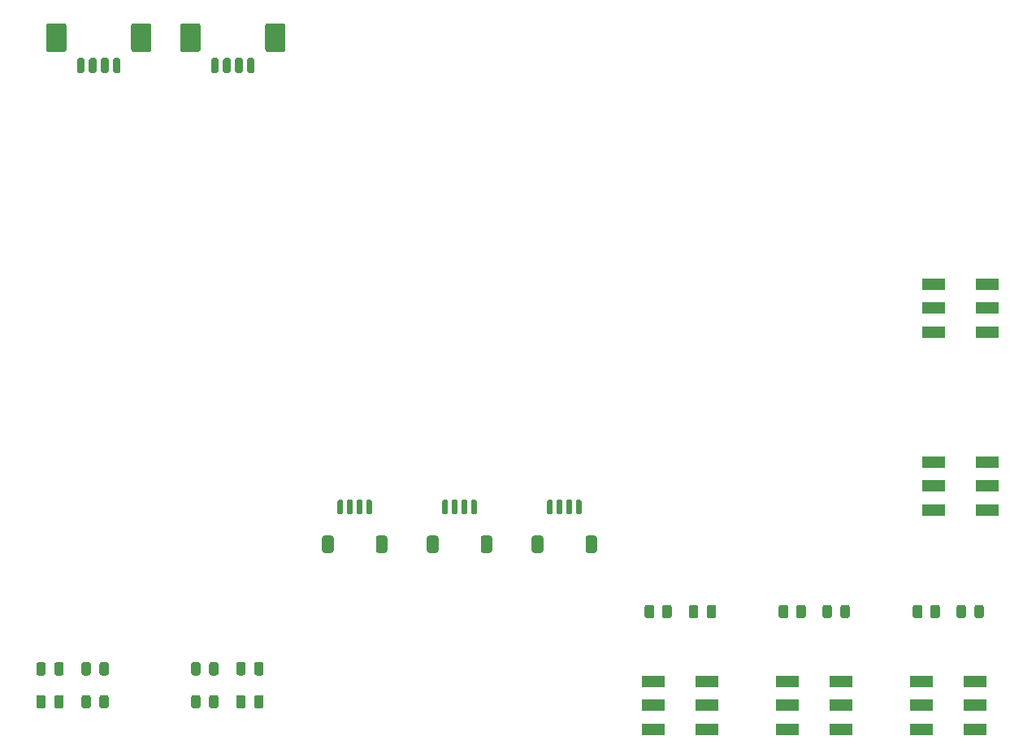
<source format=gtp>
G04 #@! TF.GenerationSoftware,KiCad,Pcbnew,6.0.10-86aedd382b~118~ubuntu18.04.1*
G04 #@! TF.CreationDate,2024-12-31T19:53:44-07:00*
G04 #@! TF.ProjectId,ckt-iiab-test,636b742d-6969-4616-922d-746573742e6b,rev?*
G04 #@! TF.SameCoordinates,Original*
G04 #@! TF.FileFunction,Paste,Top*
G04 #@! TF.FilePolarity,Positive*
%FSLAX46Y46*%
G04 Gerber Fmt 4.6, Leading zero omitted, Abs format (unit mm)*
G04 Created by KiCad (PCBNEW 6.0.10-86aedd382b~118~ubuntu18.04.1) date 2024-12-31 19:53:44*
%MOMM*%
%LPD*%
G01*
G04 APERTURE LIST*
%ADD10R,2.489200X1.193800*%
G04 APERTURE END LIST*
G36*
G01*
X95366000Y-71142000D02*
X95366000Y-72342000D01*
G75*
G02*
X95166000Y-72542000I-200000J0D01*
G01*
X94766000Y-72542000D01*
G75*
G02*
X94566000Y-72342000I0J200000D01*
G01*
X94566000Y-71142000D01*
G75*
G02*
X94766000Y-70942000I200000J0D01*
G01*
X95166000Y-70942000D01*
G75*
G02*
X95366000Y-71142000I0J-200000D01*
G01*
G37*
G36*
G01*
X94116000Y-71142000D02*
X94116000Y-72342000D01*
G75*
G02*
X93916000Y-72542000I-200000J0D01*
G01*
X93516000Y-72542000D01*
G75*
G02*
X93316000Y-72342000I0J200000D01*
G01*
X93316000Y-71142000D01*
G75*
G02*
X93516000Y-70942000I200000J0D01*
G01*
X93916000Y-70942000D01*
G75*
G02*
X94116000Y-71142000I0J-200000D01*
G01*
G37*
G36*
G01*
X92866000Y-71142000D02*
X92866000Y-72342000D01*
G75*
G02*
X92666000Y-72542000I-200000J0D01*
G01*
X92266000Y-72542000D01*
G75*
G02*
X92066000Y-72342000I0J200000D01*
G01*
X92066000Y-71142000D01*
G75*
G02*
X92266000Y-70942000I200000J0D01*
G01*
X92666000Y-70942000D01*
G75*
G02*
X92866000Y-71142000I0J-200000D01*
G01*
G37*
G36*
G01*
X91616000Y-71142000D02*
X91616000Y-72342000D01*
G75*
G02*
X91416000Y-72542000I-200000J0D01*
G01*
X91016000Y-72542000D01*
G75*
G02*
X90816000Y-72342000I0J200000D01*
G01*
X90816000Y-71142000D01*
G75*
G02*
X91016000Y-70942000I200000J0D01*
G01*
X91416000Y-70942000D01*
G75*
G02*
X91616000Y-71142000I0J-200000D01*
G01*
G37*
G36*
G01*
X89716000Y-67592001D02*
X89716000Y-70091999D01*
G75*
G02*
X89465999Y-70342000I-250001J0D01*
G01*
X87866001Y-70342000D01*
G75*
G02*
X87616000Y-70091999I0J250001D01*
G01*
X87616000Y-67592001D01*
G75*
G02*
X87866001Y-67342000I250001J0D01*
G01*
X89465999Y-67342000D01*
G75*
G02*
X89716000Y-67592001I0J-250001D01*
G01*
G37*
G36*
G01*
X98566000Y-67592001D02*
X98566000Y-70091999D01*
G75*
G02*
X98315999Y-70342000I-250001J0D01*
G01*
X96716001Y-70342000D01*
G75*
G02*
X96466000Y-70091999I0J250001D01*
G01*
X96466000Y-67592001D01*
G75*
G02*
X96716001Y-67342000I250001J0D01*
G01*
X98315999Y-67342000D01*
G75*
G02*
X98566000Y-67592001I0J-250001D01*
G01*
G37*
G36*
G01*
X128883000Y-118386000D02*
X128883000Y-117136000D01*
G75*
G02*
X129033000Y-116986000I150000J0D01*
G01*
X129333000Y-116986000D01*
G75*
G02*
X129483000Y-117136000I0J-150000D01*
G01*
X129483000Y-118386000D01*
G75*
G02*
X129333000Y-118536000I-150000J0D01*
G01*
X129033000Y-118536000D01*
G75*
G02*
X128883000Y-118386000I0J150000D01*
G01*
G37*
G36*
G01*
X129883000Y-118386000D02*
X129883000Y-117136000D01*
G75*
G02*
X130033000Y-116986000I150000J0D01*
G01*
X130333000Y-116986000D01*
G75*
G02*
X130483000Y-117136000I0J-150000D01*
G01*
X130483000Y-118386000D01*
G75*
G02*
X130333000Y-118536000I-150000J0D01*
G01*
X130033000Y-118536000D01*
G75*
G02*
X129883000Y-118386000I0J150000D01*
G01*
G37*
G36*
G01*
X130883000Y-118386000D02*
X130883000Y-117136000D01*
G75*
G02*
X131033000Y-116986000I150000J0D01*
G01*
X131333000Y-116986000D01*
G75*
G02*
X131483000Y-117136000I0J-150000D01*
G01*
X131483000Y-118386000D01*
G75*
G02*
X131333000Y-118536000I-150000J0D01*
G01*
X131033000Y-118536000D01*
G75*
G02*
X130883000Y-118386000I0J150000D01*
G01*
G37*
G36*
G01*
X131883000Y-118386000D02*
X131883000Y-117136000D01*
G75*
G02*
X132033000Y-116986000I150000J0D01*
G01*
X132333000Y-116986000D01*
G75*
G02*
X132483000Y-117136000I0J-150000D01*
G01*
X132483000Y-118386000D01*
G75*
G02*
X132333000Y-118536000I-150000J0D01*
G01*
X132033000Y-118536000D01*
G75*
G02*
X131883000Y-118386000I0J150000D01*
G01*
G37*
G36*
G01*
X127283000Y-122286000D02*
X127283000Y-120986000D01*
G75*
G02*
X127533000Y-120736000I250000J0D01*
G01*
X128233000Y-120736000D01*
G75*
G02*
X128483000Y-120986000I0J-250000D01*
G01*
X128483000Y-122286000D01*
G75*
G02*
X128233000Y-122536000I-250000J0D01*
G01*
X127533000Y-122536000D01*
G75*
G02*
X127283000Y-122286000I0J250000D01*
G01*
G37*
G36*
G01*
X132883000Y-122286000D02*
X132883000Y-120986000D01*
G75*
G02*
X133133000Y-120736000I250000J0D01*
G01*
X133833000Y-120736000D01*
G75*
G02*
X134083000Y-120986000I0J-250000D01*
G01*
X134083000Y-122286000D01*
G75*
G02*
X133833000Y-122536000I-250000J0D01*
G01*
X133133000Y-122536000D01*
G75*
G02*
X132883000Y-122286000I0J250000D01*
G01*
G37*
G36*
G01*
X180749000Y-128201000D02*
X180749000Y-129101000D01*
G75*
G02*
X180499000Y-129351000I-250000J0D01*
G01*
X179974000Y-129351000D01*
G75*
G02*
X179724000Y-129101000I0J250000D01*
G01*
X179724000Y-128201000D01*
G75*
G02*
X179974000Y-127951000I250000J0D01*
G01*
X180499000Y-127951000D01*
G75*
G02*
X180749000Y-128201000I0J-250000D01*
G01*
G37*
G36*
G01*
X178924000Y-128201000D02*
X178924000Y-129101000D01*
G75*
G02*
X178674000Y-129351000I-250000J0D01*
G01*
X178149000Y-129351000D01*
G75*
G02*
X177899000Y-129101000I0J250000D01*
G01*
X177899000Y-128201000D01*
G75*
G02*
X178149000Y-127951000I250000J0D01*
G01*
X178674000Y-127951000D01*
G75*
G02*
X178924000Y-128201000I0J-250000D01*
G01*
G37*
G36*
G01*
X152809000Y-128201000D02*
X152809000Y-129101000D01*
G75*
G02*
X152559000Y-129351000I-250000J0D01*
G01*
X152034000Y-129351000D01*
G75*
G02*
X151784000Y-129101000I0J250000D01*
G01*
X151784000Y-128201000D01*
G75*
G02*
X152034000Y-127951000I250000J0D01*
G01*
X152559000Y-127951000D01*
G75*
G02*
X152809000Y-128201000I0J-250000D01*
G01*
G37*
G36*
G01*
X150984000Y-128201000D02*
X150984000Y-129101000D01*
G75*
G02*
X150734000Y-129351000I-250000J0D01*
G01*
X150209000Y-129351000D01*
G75*
G02*
X149959000Y-129101000I0J250000D01*
G01*
X149959000Y-128201000D01*
G75*
G02*
X150209000Y-127951000I250000J0D01*
G01*
X150734000Y-127951000D01*
G75*
G02*
X150984000Y-128201000I0J-250000D01*
G01*
G37*
G36*
G01*
X86586000Y-135076250D02*
X86586000Y-134163750D01*
G75*
G02*
X86829750Y-133920000I243750J0D01*
G01*
X87317250Y-133920000D01*
G75*
G02*
X87561000Y-134163750I0J-243750D01*
G01*
X87561000Y-135076250D01*
G75*
G02*
X87317250Y-135320000I-243750J0D01*
G01*
X86829750Y-135320000D01*
G75*
G02*
X86586000Y-135076250I0J243750D01*
G01*
G37*
G36*
G01*
X88461000Y-135076250D02*
X88461000Y-134163750D01*
G75*
G02*
X88704750Y-133920000I243750J0D01*
G01*
X89192250Y-133920000D01*
G75*
G02*
X89436000Y-134163750I0J-243750D01*
G01*
X89436000Y-135076250D01*
G75*
G02*
X89192250Y-135320000I-243750J0D01*
G01*
X88704750Y-135320000D01*
G75*
G02*
X88461000Y-135076250I0J243750D01*
G01*
G37*
D10*
X170395900Y-140930000D03*
X170395900Y-138430000D03*
X170395900Y-135930000D03*
X164884100Y-140930000D03*
X164884100Y-138430000D03*
X164884100Y-135930000D03*
G36*
G01*
X94135000Y-137592750D02*
X94135000Y-138505250D01*
G75*
G02*
X93891250Y-138749000I-243750J0D01*
G01*
X93403750Y-138749000D01*
G75*
G02*
X93160000Y-138505250I0J243750D01*
G01*
X93160000Y-137592750D01*
G75*
G02*
X93403750Y-137349000I243750J0D01*
G01*
X93891250Y-137349000D01*
G75*
G02*
X94135000Y-137592750I0J-243750D01*
G01*
G37*
G36*
G01*
X92260000Y-137592750D02*
X92260000Y-138505250D01*
G75*
G02*
X92016250Y-138749000I-243750J0D01*
G01*
X91528750Y-138749000D01*
G75*
G02*
X91285000Y-138505250I0J243750D01*
G01*
X91285000Y-137592750D01*
G75*
G02*
X91528750Y-137349000I243750J0D01*
G01*
X92016250Y-137349000D01*
G75*
G02*
X92260000Y-137592750I0J-243750D01*
G01*
G37*
G36*
G01*
X185321000Y-128194750D02*
X185321000Y-129107250D01*
G75*
G02*
X185077250Y-129351000I-243750J0D01*
G01*
X184589750Y-129351000D01*
G75*
G02*
X184346000Y-129107250I0J243750D01*
G01*
X184346000Y-128194750D01*
G75*
G02*
X184589750Y-127951000I243750J0D01*
G01*
X185077250Y-127951000D01*
G75*
G02*
X185321000Y-128194750I0J-243750D01*
G01*
G37*
G36*
G01*
X183446000Y-128194750D02*
X183446000Y-129107250D01*
G75*
G02*
X183202250Y-129351000I-243750J0D01*
G01*
X182714750Y-129351000D01*
G75*
G02*
X182471000Y-129107250I0J243750D01*
G01*
X182471000Y-128194750D01*
G75*
G02*
X182714750Y-127951000I243750J0D01*
G01*
X183202250Y-127951000D01*
G75*
G02*
X183446000Y-128194750I0J-243750D01*
G01*
G37*
G36*
G01*
X110264000Y-137592750D02*
X110264000Y-138505250D01*
G75*
G02*
X110020250Y-138749000I-243750J0D01*
G01*
X109532750Y-138749000D01*
G75*
G02*
X109289000Y-138505250I0J243750D01*
G01*
X109289000Y-137592750D01*
G75*
G02*
X109532750Y-137349000I243750J0D01*
G01*
X110020250Y-137349000D01*
G75*
G02*
X110264000Y-137592750I0J-243750D01*
G01*
G37*
G36*
G01*
X108389000Y-137592750D02*
X108389000Y-138505250D01*
G75*
G02*
X108145250Y-138749000I-243750J0D01*
G01*
X107657750Y-138749000D01*
G75*
G02*
X107414000Y-138505250I0J243750D01*
G01*
X107414000Y-137592750D01*
G75*
G02*
X107657750Y-137349000I243750J0D01*
G01*
X108145250Y-137349000D01*
G75*
G02*
X108389000Y-137592750I0J-243750D01*
G01*
G37*
G36*
G01*
X171351000Y-128194750D02*
X171351000Y-129107250D01*
G75*
G02*
X171107250Y-129351000I-243750J0D01*
G01*
X170619750Y-129351000D01*
G75*
G02*
X170376000Y-129107250I0J243750D01*
G01*
X170376000Y-128194750D01*
G75*
G02*
X170619750Y-127951000I243750J0D01*
G01*
X171107250Y-127951000D01*
G75*
G02*
X171351000Y-128194750I0J-243750D01*
G01*
G37*
G36*
G01*
X169476000Y-128194750D02*
X169476000Y-129107250D01*
G75*
G02*
X169232250Y-129351000I-243750J0D01*
G01*
X168744750Y-129351000D01*
G75*
G02*
X168501000Y-129107250I0J243750D01*
G01*
X168501000Y-128194750D01*
G75*
G02*
X168744750Y-127951000I243750J0D01*
G01*
X169232250Y-127951000D01*
G75*
G02*
X169476000Y-128194750I0J-243750D01*
G01*
G37*
G36*
G01*
X117961000Y-118386000D02*
X117961000Y-117136000D01*
G75*
G02*
X118111000Y-116986000I150000J0D01*
G01*
X118411000Y-116986000D01*
G75*
G02*
X118561000Y-117136000I0J-150000D01*
G01*
X118561000Y-118386000D01*
G75*
G02*
X118411000Y-118536000I-150000J0D01*
G01*
X118111000Y-118536000D01*
G75*
G02*
X117961000Y-118386000I0J150000D01*
G01*
G37*
G36*
G01*
X118961000Y-118386000D02*
X118961000Y-117136000D01*
G75*
G02*
X119111000Y-116986000I150000J0D01*
G01*
X119411000Y-116986000D01*
G75*
G02*
X119561000Y-117136000I0J-150000D01*
G01*
X119561000Y-118386000D01*
G75*
G02*
X119411000Y-118536000I-150000J0D01*
G01*
X119111000Y-118536000D01*
G75*
G02*
X118961000Y-118386000I0J150000D01*
G01*
G37*
G36*
G01*
X119961000Y-118386000D02*
X119961000Y-117136000D01*
G75*
G02*
X120111000Y-116986000I150000J0D01*
G01*
X120411000Y-116986000D01*
G75*
G02*
X120561000Y-117136000I0J-150000D01*
G01*
X120561000Y-118386000D01*
G75*
G02*
X120411000Y-118536000I-150000J0D01*
G01*
X120111000Y-118536000D01*
G75*
G02*
X119961000Y-118386000I0J150000D01*
G01*
G37*
G36*
G01*
X120961000Y-118386000D02*
X120961000Y-117136000D01*
G75*
G02*
X121111000Y-116986000I150000J0D01*
G01*
X121411000Y-116986000D01*
G75*
G02*
X121561000Y-117136000I0J-150000D01*
G01*
X121561000Y-118386000D01*
G75*
G02*
X121411000Y-118536000I-150000J0D01*
G01*
X121111000Y-118536000D01*
G75*
G02*
X120961000Y-118386000I0J150000D01*
G01*
G37*
G36*
G01*
X116361000Y-122286000D02*
X116361000Y-120986000D01*
G75*
G02*
X116611000Y-120736000I250000J0D01*
G01*
X117311000Y-120736000D01*
G75*
G02*
X117561000Y-120986000I0J-250000D01*
G01*
X117561000Y-122286000D01*
G75*
G02*
X117311000Y-122536000I-250000J0D01*
G01*
X116611000Y-122536000D01*
G75*
G02*
X116361000Y-122286000I0J250000D01*
G01*
G37*
G36*
G01*
X121961000Y-122286000D02*
X121961000Y-120986000D01*
G75*
G02*
X122211000Y-120736000I250000J0D01*
G01*
X122911000Y-120736000D01*
G75*
G02*
X123161000Y-120986000I0J-250000D01*
G01*
X123161000Y-122286000D01*
G75*
G02*
X122911000Y-122536000I-250000J0D01*
G01*
X122211000Y-122536000D01*
G75*
G02*
X121961000Y-122286000I0J250000D01*
G01*
G37*
G36*
G01*
X107419000Y-135068250D02*
X107419000Y-134155750D01*
G75*
G02*
X107662750Y-133912000I243750J0D01*
G01*
X108150250Y-133912000D01*
G75*
G02*
X108394000Y-134155750I0J-243750D01*
G01*
X108394000Y-135068250D01*
G75*
G02*
X108150250Y-135312000I-243750J0D01*
G01*
X107662750Y-135312000D01*
G75*
G02*
X107419000Y-135068250I0J243750D01*
G01*
G37*
G36*
G01*
X109294000Y-135068250D02*
X109294000Y-134155750D01*
G75*
G02*
X109537750Y-133912000I243750J0D01*
G01*
X110025250Y-133912000D01*
G75*
G02*
X110269000Y-134155750I0J-243750D01*
G01*
X110269000Y-135068250D01*
G75*
G02*
X110025250Y-135312000I-243750J0D01*
G01*
X109537750Y-135312000D01*
G75*
G02*
X109294000Y-135068250I0J243750D01*
G01*
G37*
G36*
G01*
X109336000Y-71142000D02*
X109336000Y-72342000D01*
G75*
G02*
X109136000Y-72542000I-200000J0D01*
G01*
X108736000Y-72542000D01*
G75*
G02*
X108536000Y-72342000I0J200000D01*
G01*
X108536000Y-71142000D01*
G75*
G02*
X108736000Y-70942000I200000J0D01*
G01*
X109136000Y-70942000D01*
G75*
G02*
X109336000Y-71142000I0J-200000D01*
G01*
G37*
G36*
G01*
X108086000Y-71142000D02*
X108086000Y-72342000D01*
G75*
G02*
X107886000Y-72542000I-200000J0D01*
G01*
X107486000Y-72542000D01*
G75*
G02*
X107286000Y-72342000I0J200000D01*
G01*
X107286000Y-71142000D01*
G75*
G02*
X107486000Y-70942000I200000J0D01*
G01*
X107886000Y-70942000D01*
G75*
G02*
X108086000Y-71142000I0J-200000D01*
G01*
G37*
G36*
G01*
X106836000Y-71142000D02*
X106836000Y-72342000D01*
G75*
G02*
X106636000Y-72542000I-200000J0D01*
G01*
X106236000Y-72542000D01*
G75*
G02*
X106036000Y-72342000I0J200000D01*
G01*
X106036000Y-71142000D01*
G75*
G02*
X106236000Y-70942000I200000J0D01*
G01*
X106636000Y-70942000D01*
G75*
G02*
X106836000Y-71142000I0J-200000D01*
G01*
G37*
G36*
G01*
X105586000Y-71142000D02*
X105586000Y-72342000D01*
G75*
G02*
X105386000Y-72542000I-200000J0D01*
G01*
X104986000Y-72542000D01*
G75*
G02*
X104786000Y-72342000I0J200000D01*
G01*
X104786000Y-71142000D01*
G75*
G02*
X104986000Y-70942000I200000J0D01*
G01*
X105386000Y-70942000D01*
G75*
G02*
X105586000Y-71142000I0J-200000D01*
G01*
G37*
G36*
G01*
X103686000Y-67592001D02*
X103686000Y-70091999D01*
G75*
G02*
X103435999Y-70342000I-250001J0D01*
G01*
X101836001Y-70342000D01*
G75*
G02*
X101586000Y-70091999I0J250001D01*
G01*
X101586000Y-67592001D01*
G75*
G02*
X101836001Y-67342000I250001J0D01*
G01*
X103435999Y-67342000D01*
G75*
G02*
X103686000Y-67592001I0J-250001D01*
G01*
G37*
G36*
G01*
X112536000Y-67592001D02*
X112536000Y-70091999D01*
G75*
G02*
X112285999Y-70342000I-250001J0D01*
G01*
X110686001Y-70342000D01*
G75*
G02*
X110436000Y-70091999I0J250001D01*
G01*
X110436000Y-67592001D01*
G75*
G02*
X110686001Y-67342000I250001J0D01*
G01*
X112285999Y-67342000D01*
G75*
G02*
X112536000Y-67592001I0J-250001D01*
G01*
G37*
X180124100Y-94528000D03*
X180124100Y-97028000D03*
X180124100Y-99528000D03*
X185635900Y-94528000D03*
X185635900Y-97028000D03*
X185635900Y-99528000D03*
G36*
G01*
X89436000Y-137592750D02*
X89436000Y-138505250D01*
G75*
G02*
X89192250Y-138749000I-243750J0D01*
G01*
X88704750Y-138749000D01*
G75*
G02*
X88461000Y-138505250I0J243750D01*
G01*
X88461000Y-137592750D01*
G75*
G02*
X88704750Y-137349000I243750J0D01*
G01*
X89192250Y-137349000D01*
G75*
G02*
X89436000Y-137592750I0J-243750D01*
G01*
G37*
G36*
G01*
X87561000Y-137592750D02*
X87561000Y-138505250D01*
G75*
G02*
X87317250Y-138749000I-243750J0D01*
G01*
X86829750Y-138749000D01*
G75*
G02*
X86586000Y-138505250I0J243750D01*
G01*
X86586000Y-137592750D01*
G75*
G02*
X86829750Y-137349000I243750J0D01*
G01*
X87317250Y-137349000D01*
G75*
G02*
X87561000Y-137592750I0J-243750D01*
G01*
G37*
G36*
G01*
X157429500Y-128194750D02*
X157429500Y-129107250D01*
G75*
G02*
X157185750Y-129351000I-243750J0D01*
G01*
X156698250Y-129351000D01*
G75*
G02*
X156454500Y-129107250I0J243750D01*
G01*
X156454500Y-128194750D01*
G75*
G02*
X156698250Y-127951000I243750J0D01*
G01*
X157185750Y-127951000D01*
G75*
G02*
X157429500Y-128194750I0J-243750D01*
G01*
G37*
G36*
G01*
X155554500Y-128194750D02*
X155554500Y-129107250D01*
G75*
G02*
X155310750Y-129351000I-243750J0D01*
G01*
X154823250Y-129351000D01*
G75*
G02*
X154579500Y-129107250I0J243750D01*
G01*
X154579500Y-128194750D01*
G75*
G02*
X154823250Y-127951000I243750J0D01*
G01*
X155310750Y-127951000D01*
G75*
G02*
X155554500Y-128194750I0J-243750D01*
G01*
G37*
G36*
G01*
X166779000Y-128201000D02*
X166779000Y-129101000D01*
G75*
G02*
X166529000Y-129351000I-250000J0D01*
G01*
X166004000Y-129351000D01*
G75*
G02*
X165754000Y-129101000I0J250000D01*
G01*
X165754000Y-128201000D01*
G75*
G02*
X166004000Y-127951000I250000J0D01*
G01*
X166529000Y-127951000D01*
G75*
G02*
X166779000Y-128201000I0J-250000D01*
G01*
G37*
G36*
G01*
X164954000Y-128201000D02*
X164954000Y-129101000D01*
G75*
G02*
X164704000Y-129351000I-250000J0D01*
G01*
X164179000Y-129351000D01*
G75*
G02*
X163929000Y-129101000I0J250000D01*
G01*
X163929000Y-128201000D01*
G75*
G02*
X164179000Y-127951000I250000J0D01*
G01*
X164704000Y-127951000D01*
G75*
G02*
X164954000Y-128201000I0J-250000D01*
G01*
G37*
G36*
G01*
X91285000Y-135076250D02*
X91285000Y-134163750D01*
G75*
G02*
X91528750Y-133920000I243750J0D01*
G01*
X92016250Y-133920000D01*
G75*
G02*
X92260000Y-134163750I0J-243750D01*
G01*
X92260000Y-135076250D01*
G75*
G02*
X92016250Y-135320000I-243750J0D01*
G01*
X91528750Y-135320000D01*
G75*
G02*
X91285000Y-135076250I0J243750D01*
G01*
G37*
G36*
G01*
X93160000Y-135076250D02*
X93160000Y-134163750D01*
G75*
G02*
X93403750Y-133920000I243750J0D01*
G01*
X93891250Y-133920000D01*
G75*
G02*
X94135000Y-134163750I0J-243750D01*
G01*
X94135000Y-135076250D01*
G75*
G02*
X93891250Y-135320000I-243750J0D01*
G01*
X93403750Y-135320000D01*
G75*
G02*
X93160000Y-135076250I0J243750D01*
G01*
G37*
X180124100Y-113070000D03*
X180124100Y-115570000D03*
X180124100Y-118070000D03*
X185635900Y-113070000D03*
X185635900Y-115570000D03*
X185635900Y-118070000D03*
G36*
G01*
X102715000Y-135076250D02*
X102715000Y-134163750D01*
G75*
G02*
X102958750Y-133920000I243750J0D01*
G01*
X103446250Y-133920000D01*
G75*
G02*
X103690000Y-134163750I0J-243750D01*
G01*
X103690000Y-135076250D01*
G75*
G02*
X103446250Y-135320000I-243750J0D01*
G01*
X102958750Y-135320000D01*
G75*
G02*
X102715000Y-135076250I0J243750D01*
G01*
G37*
G36*
G01*
X104590000Y-135076250D02*
X104590000Y-134163750D01*
G75*
G02*
X104833750Y-133920000I243750J0D01*
G01*
X105321250Y-133920000D01*
G75*
G02*
X105565000Y-134163750I0J-243750D01*
G01*
X105565000Y-135076250D01*
G75*
G02*
X105321250Y-135320000I-243750J0D01*
G01*
X104833750Y-135320000D01*
G75*
G02*
X104590000Y-135076250I0J243750D01*
G01*
G37*
X184365900Y-140930000D03*
X184365900Y-138430000D03*
X184365900Y-135930000D03*
X178854100Y-140930000D03*
X178854100Y-138430000D03*
X178854100Y-135930000D03*
X156425900Y-140930000D03*
X156425900Y-138430000D03*
X156425900Y-135930000D03*
X150914100Y-140930000D03*
X150914100Y-138430000D03*
X150914100Y-135930000D03*
G36*
G01*
X105565000Y-137592750D02*
X105565000Y-138505250D01*
G75*
G02*
X105321250Y-138749000I-243750J0D01*
G01*
X104833750Y-138749000D01*
G75*
G02*
X104590000Y-138505250I0J243750D01*
G01*
X104590000Y-137592750D01*
G75*
G02*
X104833750Y-137349000I243750J0D01*
G01*
X105321250Y-137349000D01*
G75*
G02*
X105565000Y-137592750I0J-243750D01*
G01*
G37*
G36*
G01*
X103690000Y-137592750D02*
X103690000Y-138505250D01*
G75*
G02*
X103446250Y-138749000I-243750J0D01*
G01*
X102958750Y-138749000D01*
G75*
G02*
X102715000Y-138505250I0J243750D01*
G01*
X102715000Y-137592750D01*
G75*
G02*
X102958750Y-137349000I243750J0D01*
G01*
X103446250Y-137349000D01*
G75*
G02*
X103690000Y-137592750I0J-243750D01*
G01*
G37*
G36*
G01*
X139805000Y-118386000D02*
X139805000Y-117136000D01*
G75*
G02*
X139955000Y-116986000I150000J0D01*
G01*
X140255000Y-116986000D01*
G75*
G02*
X140405000Y-117136000I0J-150000D01*
G01*
X140405000Y-118386000D01*
G75*
G02*
X140255000Y-118536000I-150000J0D01*
G01*
X139955000Y-118536000D01*
G75*
G02*
X139805000Y-118386000I0J150000D01*
G01*
G37*
G36*
G01*
X140805000Y-118386000D02*
X140805000Y-117136000D01*
G75*
G02*
X140955000Y-116986000I150000J0D01*
G01*
X141255000Y-116986000D01*
G75*
G02*
X141405000Y-117136000I0J-150000D01*
G01*
X141405000Y-118386000D01*
G75*
G02*
X141255000Y-118536000I-150000J0D01*
G01*
X140955000Y-118536000D01*
G75*
G02*
X140805000Y-118386000I0J150000D01*
G01*
G37*
G36*
G01*
X141805000Y-118386000D02*
X141805000Y-117136000D01*
G75*
G02*
X141955000Y-116986000I150000J0D01*
G01*
X142255000Y-116986000D01*
G75*
G02*
X142405000Y-117136000I0J-150000D01*
G01*
X142405000Y-118386000D01*
G75*
G02*
X142255000Y-118536000I-150000J0D01*
G01*
X141955000Y-118536000D01*
G75*
G02*
X141805000Y-118386000I0J150000D01*
G01*
G37*
G36*
G01*
X142805000Y-118386000D02*
X142805000Y-117136000D01*
G75*
G02*
X142955000Y-116986000I150000J0D01*
G01*
X143255000Y-116986000D01*
G75*
G02*
X143405000Y-117136000I0J-150000D01*
G01*
X143405000Y-118386000D01*
G75*
G02*
X143255000Y-118536000I-150000J0D01*
G01*
X142955000Y-118536000D01*
G75*
G02*
X142805000Y-118386000I0J150000D01*
G01*
G37*
G36*
G01*
X138205000Y-122286000D02*
X138205000Y-120986000D01*
G75*
G02*
X138455000Y-120736000I250000J0D01*
G01*
X139155000Y-120736000D01*
G75*
G02*
X139405000Y-120986000I0J-250000D01*
G01*
X139405000Y-122286000D01*
G75*
G02*
X139155000Y-122536000I-250000J0D01*
G01*
X138455000Y-122536000D01*
G75*
G02*
X138205000Y-122286000I0J250000D01*
G01*
G37*
G36*
G01*
X143805000Y-122286000D02*
X143805000Y-120986000D01*
G75*
G02*
X144055000Y-120736000I250000J0D01*
G01*
X144755000Y-120736000D01*
G75*
G02*
X145005000Y-120986000I0J-250000D01*
G01*
X145005000Y-122286000D01*
G75*
G02*
X144755000Y-122536000I-250000J0D01*
G01*
X144055000Y-122536000D01*
G75*
G02*
X143805000Y-122286000I0J250000D01*
G01*
G37*
M02*

</source>
